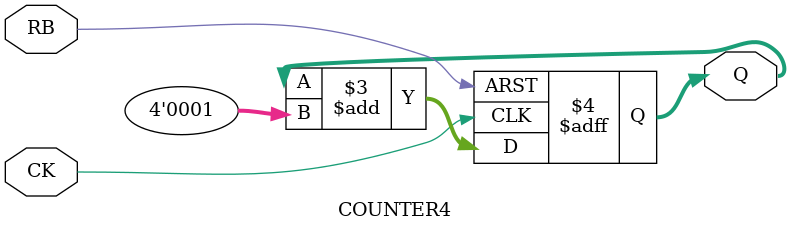
<source format=sv>
module COUNTER4(
	input logic CK, RB,
	output logic [3:0] Q);					// Count Output

always_ff @(posedge CK or negedge RB) 
    begin
         if (RB==0) begin
            Q <= 4'h0;
	         end 
         else begin
            Q<= Q + 4'h1;
                  end
      end
endmodule
</source>
